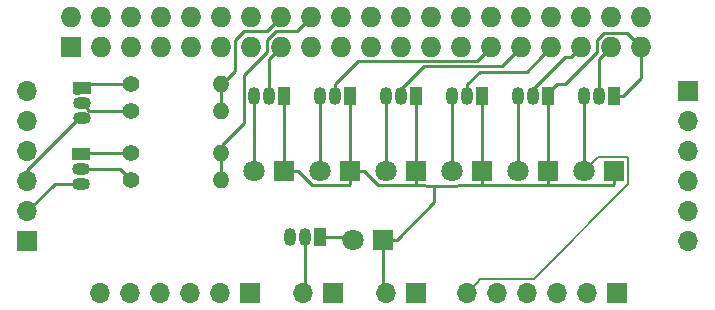
<source format=gtl>
G04 #@! TF.GenerationSoftware,KiCad,Pcbnew,(5.1.5)-3*
G04 #@! TF.CreationDate,2020-03-03T17:02:05-05:00*
G04 #@! TF.ProjectId,RPi_Zero_pHat_Template,5250695f-5a65-4726-9f5f-704861745f54,rev?*
G04 #@! TF.SameCoordinates,Original*
G04 #@! TF.FileFunction,Copper,L1,Top*
G04 #@! TF.FilePolarity,Positive*
%FSLAX46Y46*%
G04 Gerber Fmt 4.6, Leading zero omitted, Abs format (unit mm)*
G04 Created by KiCad (PCBNEW (5.1.5)-3) date 2020-03-03 17:02:05*
%MOMM*%
%LPD*%
G04 APERTURE LIST*
%ADD10R,1.500000X1.050000*%
%ADD11O,1.500000X1.050000*%
%ADD12R,1.050000X1.500000*%
%ADD13O,1.050000X1.500000*%
%ADD14O,1.700000X1.700000*%
%ADD15R,1.700000X1.700000*%
%ADD16C,1.400000*%
%ADD17O,1.400000X1.400000*%
%ADD18O,1.727200X1.727200*%
%ADD19R,1.727200X1.727200*%
%ADD20C,1.800000*%
%ADD21R,1.800000X1.800000*%
%ADD22C,0.250000*%
%ADD23C,0.200000*%
%ADD24C,0.254000*%
G04 APERTURE END LIST*
D10*
X21932900Y-26502360D03*
D11*
X21932900Y-29042360D03*
X21932900Y-27772360D03*
D12*
X61468000Y-21590000D03*
D13*
X58928000Y-21590000D03*
X60198000Y-21590000D03*
D14*
X23548920Y-38249960D03*
X26088920Y-38249960D03*
X28628920Y-38249960D03*
X31168920Y-38249960D03*
X33708920Y-38249960D03*
D15*
X36248920Y-38249960D03*
D14*
X17343120Y-21219160D03*
X17343120Y-23759160D03*
X17343120Y-26299160D03*
X17343120Y-28839160D03*
X17343120Y-31379160D03*
D15*
X17343120Y-33919160D03*
D14*
X73322180Y-33886140D03*
X73322180Y-31346140D03*
X73322180Y-28806140D03*
X73322180Y-26266140D03*
X73322180Y-23726140D03*
D15*
X73322180Y-21186140D03*
D14*
X47708920Y-38249960D03*
D15*
X50248920Y-38249960D03*
D14*
X54548920Y-38249960D03*
X57088920Y-38249960D03*
X59628920Y-38249960D03*
X62168920Y-38249960D03*
X64708920Y-38249960D03*
D15*
X67248920Y-38249960D03*
D14*
X40708920Y-38249960D03*
D15*
X43248920Y-38249960D03*
D16*
X26162000Y-20574000D03*
D17*
X33782000Y-20574000D03*
X33782000Y-22860000D03*
D16*
X26162000Y-22860000D03*
X26162000Y-26416000D03*
D17*
X33782000Y-26416000D03*
X33782000Y-28702000D03*
D16*
X26162000Y-28702000D03*
D10*
X21958300Y-20965160D03*
D11*
X21958300Y-23505160D03*
X21958300Y-22235160D03*
D12*
X67056000Y-21590000D03*
D13*
X64516000Y-21590000D03*
X65786000Y-21590000D03*
D12*
X55880000Y-21590000D03*
D13*
X53340000Y-21590000D03*
X54610000Y-21590000D03*
D12*
X50292000Y-21590000D03*
D13*
X47752000Y-21590000D03*
X49022000Y-21590000D03*
D12*
X44704000Y-21590000D03*
D13*
X42164000Y-21590000D03*
X43434000Y-21590000D03*
D12*
X39116000Y-21590000D03*
D13*
X36576000Y-21590000D03*
X37846000Y-21590000D03*
D12*
X42164000Y-33528000D03*
D13*
X39624000Y-33528000D03*
X40894000Y-33528000D03*
D18*
X69336920Y-14919960D03*
X69336920Y-17459960D03*
X66796920Y-14919960D03*
X66796920Y-17459960D03*
X64256920Y-14919960D03*
X64256920Y-17459960D03*
X61716920Y-14919960D03*
X61716920Y-17459960D03*
X59176920Y-14919960D03*
X59176920Y-17459960D03*
X56636920Y-14919960D03*
X56636920Y-17459960D03*
X54096920Y-14919960D03*
X54096920Y-17459960D03*
X51556920Y-14919960D03*
X51556920Y-17459960D03*
X49016920Y-14919960D03*
X49016920Y-17459960D03*
X46476920Y-14919960D03*
X46476920Y-17459960D03*
X43936920Y-14919960D03*
X43936920Y-17459960D03*
X41396920Y-14919960D03*
X41396920Y-17459960D03*
X38856920Y-14919960D03*
X38856920Y-17459960D03*
X36316920Y-14919960D03*
X36316920Y-17459960D03*
X33776920Y-14919960D03*
X33776920Y-17459960D03*
X31236920Y-14919960D03*
X31236920Y-17459960D03*
X28696920Y-14919960D03*
X28696920Y-17459960D03*
X26156920Y-14919960D03*
X26156920Y-17459960D03*
X23616920Y-14919960D03*
X23616920Y-17459960D03*
X21076920Y-14919960D03*
D19*
X21076920Y-17459960D03*
D20*
X64516000Y-27940000D03*
D21*
X67056000Y-27940000D03*
D20*
X58928000Y-27940000D03*
D21*
X61468000Y-27940000D03*
D20*
X53340000Y-27940000D03*
D21*
X55880000Y-27940000D03*
D20*
X47711360Y-27940000D03*
D21*
X50251360Y-27940000D03*
D20*
X42164000Y-27940000D03*
D21*
X44704000Y-27940000D03*
D20*
X36576000Y-27940000D03*
D21*
X39116000Y-27940000D03*
D20*
X44958000Y-33782000D03*
D21*
X47498000Y-33782000D03*
D22*
X40894000Y-38064880D02*
X40708920Y-38249960D01*
X40894000Y-33528000D02*
X40894000Y-38064880D01*
X44704000Y-33528000D02*
X44958000Y-33782000D01*
X42164000Y-33528000D02*
X44704000Y-33528000D01*
X50302160Y-28077160D02*
X50251360Y-28127960D01*
X47498000Y-38039040D02*
X47708920Y-38249960D01*
X47498000Y-33528000D02*
X47498000Y-38039040D01*
X44704000Y-21590000D02*
X44704000Y-22590000D01*
X39116000Y-21590000D02*
X39116000Y-27940000D01*
X44704000Y-21590000D02*
X44704000Y-27940000D01*
X50292000Y-27899360D02*
X50251360Y-27940000D01*
X50292000Y-21590000D02*
X50292000Y-27899360D01*
X55880000Y-21590000D02*
X55880000Y-27940000D01*
X69342000Y-17465040D02*
X69336920Y-17459960D01*
X39624000Y-28448000D02*
X39116000Y-27940000D01*
X44704000Y-29090000D02*
X44704000Y-27940000D01*
X44628999Y-29165001D02*
X44704000Y-29090000D01*
X41491001Y-29165001D02*
X44628999Y-29165001D01*
X40266000Y-27940000D02*
X41491001Y-29165001D01*
X39116000Y-27940000D02*
X40266000Y-27940000D01*
X50176359Y-29165001D02*
X50251360Y-29090000D01*
X45854000Y-27940000D02*
X47079001Y-29165001D01*
X47079001Y-29165001D02*
X50176359Y-29165001D01*
X44704000Y-27940000D02*
X45854000Y-27940000D01*
X55804999Y-29165001D02*
X55880000Y-29090000D01*
X50251360Y-29090000D02*
X50326361Y-29165001D01*
X50251360Y-27940000D02*
X50251360Y-29090000D01*
X55955001Y-29165001D02*
X61392999Y-29165001D01*
X55880000Y-29090000D02*
X55955001Y-29165001D01*
X55880000Y-27940000D02*
X55880000Y-29090000D01*
X69336920Y-18681274D02*
X69336920Y-17459960D01*
X67831000Y-21590000D02*
X69336920Y-20084080D01*
X69336920Y-20084080D02*
X69336920Y-18681274D01*
X67056000Y-21590000D02*
X67831000Y-21590000D01*
X67056000Y-29090000D02*
X67056000Y-27940000D01*
X66980999Y-29165001D02*
X67056000Y-29090000D01*
X61543001Y-29165001D02*
X66980999Y-29165001D01*
X61468000Y-29090000D02*
X61543001Y-29165001D01*
X61468000Y-27940000D02*
X61468000Y-29090000D01*
X48648000Y-33782000D02*
X51816000Y-30614000D01*
X47498000Y-33782000D02*
X48648000Y-33782000D01*
X51816000Y-30614000D02*
X51816000Y-29210000D01*
X50326361Y-29165001D02*
X51816000Y-29210000D01*
X51816000Y-29210000D02*
X55804999Y-29165001D01*
X61468000Y-21590000D02*
X61468000Y-27940000D01*
X68148319Y-16271359D02*
X68473321Y-16596361D01*
X65608319Y-17867691D02*
X65608319Y-16889431D01*
X68473321Y-16596361D02*
X69336920Y-17459960D01*
X66226391Y-16271359D02*
X68148319Y-16271359D01*
X62886010Y-20590000D02*
X65608319Y-17867691D01*
X62243000Y-20590000D02*
X62886010Y-20590000D01*
X65608319Y-16889431D02*
X66226391Y-16271359D01*
X61468000Y-21365000D02*
X62243000Y-20590000D01*
X61468000Y-21590000D02*
X61468000Y-21365000D01*
X36576000Y-21590000D02*
X36576000Y-27940000D01*
X53340000Y-21590000D02*
X53340000Y-27940000D01*
X58928000Y-21590000D02*
X58928000Y-27940000D01*
X64516000Y-21590000D02*
X64516000Y-27940000D01*
D23*
X55698921Y-37099959D02*
X55398919Y-37399961D01*
X60236043Y-37099959D02*
X55698921Y-37099959D01*
X68256001Y-29080001D02*
X60236043Y-37099959D01*
X68256001Y-26799999D02*
X68256001Y-29080001D01*
X55398919Y-37399961D02*
X54548920Y-38249960D01*
X68196001Y-26739999D02*
X68256001Y-26799999D01*
X65716001Y-26739999D02*
X68196001Y-26739999D01*
X64516000Y-27940000D02*
X65716001Y-26739999D01*
D22*
X21947099Y-23620959D02*
X21831300Y-23505160D01*
X22074099Y-23620959D02*
X21958300Y-23505160D01*
D24*
X17343120Y-27895340D02*
X17343120Y-28839160D01*
X21733300Y-23505160D02*
X17343120Y-27895340D01*
X21958300Y-23505160D02*
X21733300Y-23505160D01*
X19679920Y-29042360D02*
X17343120Y-31379160D01*
X21932900Y-29042360D02*
X19679920Y-29042360D01*
X25232360Y-27772360D02*
X21932900Y-27772360D01*
X26162000Y-28702000D02*
X25232360Y-27772360D01*
X22583140Y-22860000D02*
X21958300Y-22235160D01*
X26162000Y-22860000D02*
X22583140Y-22860000D01*
D22*
X42164000Y-22590000D02*
X42164000Y-27940000D01*
X42164000Y-21590000D02*
X42164000Y-22590000D01*
X47762160Y-28077160D02*
X47711360Y-28127960D01*
X47752000Y-27899360D02*
X47711360Y-27940000D01*
X47752000Y-21590000D02*
X47752000Y-27899360D01*
X65786000Y-18470880D02*
X66796920Y-17459960D01*
X65786000Y-21590000D02*
X65786000Y-18470880D01*
X60198000Y-20999998D02*
X62874439Y-18323559D01*
X63393321Y-18323559D02*
X64256920Y-17459960D01*
X62874439Y-18323559D02*
X63393321Y-18323559D01*
X60198000Y-21590000D02*
X60198000Y-20999998D01*
X60853321Y-18323559D02*
X61716920Y-17459960D01*
X59628299Y-19548581D02*
X60853321Y-18323559D01*
X55651419Y-19548581D02*
X59628299Y-19548581D01*
X54610000Y-20590000D02*
X55651419Y-19548581D01*
X54610000Y-21590000D02*
X54610000Y-20590000D01*
X59287920Y-17459960D02*
X59176920Y-17459960D01*
X57538309Y-19098571D02*
X58313321Y-18323559D01*
X58313321Y-18323559D02*
X59176920Y-17459960D01*
X50923427Y-19098571D02*
X57538309Y-19098571D01*
X49022000Y-20999998D02*
X50923427Y-19098571D01*
X49022000Y-21590000D02*
X49022000Y-20999998D01*
X56332120Y-17764760D02*
X56636920Y-17459960D01*
X55773321Y-18323559D02*
X56636920Y-17459960D01*
X45375439Y-18648561D02*
X55448319Y-18648561D01*
X55448319Y-18648561D02*
X55773321Y-18323559D01*
X43434000Y-20590000D02*
X45375439Y-18648561D01*
X43434000Y-21590000D02*
X43434000Y-20590000D01*
X33845500Y-26769060D02*
X33883600Y-26730960D01*
X40533321Y-15783559D02*
X41396920Y-14919960D01*
X37668319Y-17867691D02*
X37668319Y-16889431D01*
X35725990Y-19810020D02*
X37668319Y-17867691D01*
X37668319Y-16889431D02*
X38449189Y-16108561D01*
X35725990Y-23898621D02*
X35725990Y-19810020D01*
X33883600Y-25741011D02*
X35725990Y-23898621D01*
X40208319Y-16108561D02*
X40533321Y-15783559D01*
X38449189Y-16108561D02*
X40208319Y-16108561D01*
X33883600Y-26730960D02*
X33883600Y-25741011D01*
D24*
X33782000Y-26416000D02*
X33782000Y-28702000D01*
D22*
X37993321Y-15783559D02*
X38856920Y-14919960D01*
X37668319Y-16108561D02*
X37993321Y-15783559D01*
X35746391Y-16108561D02*
X37668319Y-16108561D01*
X34965521Y-16889431D02*
X35746391Y-16108561D01*
X34965521Y-19464139D02*
X34965521Y-16889431D01*
X33807400Y-20622260D02*
X34965521Y-19464139D01*
D24*
X33782000Y-20574000D02*
X33782000Y-22860000D01*
D22*
X37846000Y-18470880D02*
X38856920Y-17459960D01*
X37846000Y-21590000D02*
X37846000Y-18470880D01*
D24*
X22019260Y-26416000D02*
X21932900Y-26502360D01*
X26162000Y-26416000D02*
X22019260Y-26416000D01*
D22*
X21629750Y-21385150D02*
X21381215Y-21385150D01*
X21958300Y-21056600D02*
X21629750Y-21385150D01*
X21958300Y-20965160D02*
X21958300Y-21056600D01*
D24*
X22349460Y-20574000D02*
X21958300Y-20965160D01*
X26162000Y-20574000D02*
X22349460Y-20574000D01*
M02*

</source>
